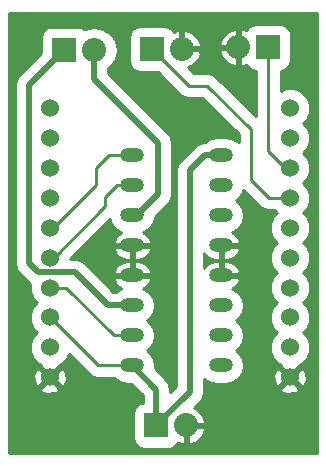
<source format=gbr>
G04 #@! TF.FileFunction,Copper,L1,Top,Signal*
%FSLAX46Y46*%
G04 Gerber Fmt 4.6, Leading zero omitted, Abs format (unit mm)*
G04 Created by KiCad (PCBNEW 4.0.2+dfsg1-stable) date Mon 27 Feb 2017 07:22:46 PM EST*
%MOMM*%
G01*
G04 APERTURE LIST*
%ADD10C,0.100000*%
%ADD11R,2.032000X2.032000*%
%ADD12O,2.032000X2.032000*%
%ADD13O,2.000000X1.200000*%
%ADD14C,1.524000*%
%ADD15C,0.504000*%
%ADD16C,0.250000*%
%ADD17C,0.254000*%
G04 APERTURE END LIST*
D10*
D11*
X116903500Y-82804000D03*
D12*
X119443500Y-82804000D03*
D11*
X134175500Y-82613500D03*
D12*
X131635500Y-82613500D03*
D11*
X124333000Y-82740500D03*
D12*
X126873000Y-82740500D03*
D13*
X130188500Y-91757500D03*
X122668500Y-91757500D03*
X130188500Y-94297500D03*
X122668500Y-94297500D03*
X130188500Y-96837500D03*
X122668500Y-96837500D03*
X130188500Y-99377500D03*
X122668500Y-99377500D03*
X130188500Y-101917500D03*
X122668500Y-101917500D03*
X130188500Y-104457500D03*
X122668500Y-104457500D03*
X130188500Y-106997500D03*
X122668500Y-106997500D03*
X130188500Y-109537500D03*
X122668500Y-109537500D03*
D14*
X115697000Y-87757000D03*
X115697000Y-90287000D03*
X115697000Y-92817000D03*
X115697000Y-95347000D03*
X115697000Y-97877000D03*
X115697000Y-100407000D03*
X115697000Y-102937000D03*
X115697000Y-105467000D03*
X115697000Y-107997000D03*
X115697000Y-110527000D03*
X136017000Y-110527000D03*
X136017000Y-107997000D03*
X136017000Y-105467000D03*
X136017000Y-102937000D03*
X136017000Y-100407000D03*
X136017000Y-97877000D03*
X136017000Y-95347000D03*
X136017000Y-92817000D03*
X136017000Y-90287000D03*
X136017000Y-87757000D03*
D11*
X124714000Y-114617500D03*
D12*
X127254000Y-114617500D03*
D15*
X122668500Y-104457500D02*
X120586500Y-104457500D01*
X113919000Y-85788500D02*
X116903500Y-82804000D01*
X113919000Y-100901500D02*
X113919000Y-85788500D01*
X114681000Y-101663500D02*
X113919000Y-100901500D01*
X117792500Y-101663500D02*
X114681000Y-101663500D01*
X120586500Y-104457500D02*
X117792500Y-101663500D01*
D16*
X122668500Y-104457500D02*
X122237500Y-104457500D01*
X122668500Y-104457500D02*
X121856500Y-104457500D01*
D15*
X122668500Y-96837500D02*
X123063000Y-96837500D01*
X123063000Y-96837500D02*
X124841000Y-95059500D01*
X119443500Y-85280500D02*
X119443500Y-82804000D01*
X124841000Y-90678000D02*
X119443500Y-85280500D01*
X124841000Y-95059500D02*
X124841000Y-90678000D01*
D16*
X122668500Y-96837500D02*
X122999500Y-96837500D01*
X136017000Y-92817000D02*
X135616000Y-92817000D01*
X135616000Y-92817000D02*
X134175500Y-91376500D01*
X134175500Y-91376500D02*
X134175500Y-82613500D01*
X136017000Y-95347000D02*
X134209000Y-95347000D01*
X127444500Y-85852000D02*
X124333000Y-82740500D01*
X129032000Y-85852000D02*
X127444500Y-85852000D01*
X132715000Y-89535000D02*
X129032000Y-85852000D01*
X132715000Y-93853000D02*
X132715000Y-89535000D01*
X134209000Y-95347000D02*
X132715000Y-93853000D01*
X115697000Y-97877000D02*
X115991000Y-97877000D01*
X115991000Y-97877000D02*
X119634000Y-94234000D01*
X119634000Y-94234000D02*
X119634000Y-92837000D01*
X119634000Y-92837000D02*
X120713500Y-91757500D01*
X120713500Y-91757500D02*
X122668500Y-91757500D01*
X115697000Y-100407000D02*
X116001000Y-100407000D01*
X116001000Y-100407000D02*
X120396000Y-96012000D01*
X120396000Y-96012000D02*
X120396000Y-95250000D01*
X120396000Y-95250000D02*
X121348500Y-94297500D01*
X121348500Y-94297500D02*
X122668500Y-94297500D01*
X115697000Y-102937000D02*
X117034000Y-102937000D01*
X121094500Y-106997500D02*
X122668500Y-106997500D01*
X117034000Y-102937000D02*
X121094500Y-106997500D01*
D15*
X130188500Y-91757500D02*
X128841500Y-91757500D01*
X127571500Y-111760000D02*
X124714000Y-114617500D01*
X127571500Y-93027500D02*
X127571500Y-111760000D01*
X128841500Y-91757500D02*
X127571500Y-93027500D01*
X124714000Y-114617500D02*
X124714000Y-111583000D01*
X124714000Y-111583000D02*
X122668500Y-109537500D01*
D16*
X122668500Y-109537500D02*
X119767500Y-109537500D01*
X119767500Y-109537500D02*
X115697000Y-105467000D01*
D17*
G36*
X138317000Y-116981000D02*
X112254000Y-116981000D01*
X112254000Y-111507213D01*
X114896392Y-111507213D01*
X114965857Y-111749397D01*
X115489302Y-111936144D01*
X116044368Y-111908362D01*
X116428143Y-111749397D01*
X116497608Y-111507213D01*
X115697000Y-110706605D01*
X114896392Y-111507213D01*
X112254000Y-111507213D01*
X112254000Y-110319302D01*
X114287856Y-110319302D01*
X114315638Y-110874368D01*
X114474603Y-111258143D01*
X114716787Y-111327608D01*
X115517395Y-110527000D01*
X115876605Y-110527000D01*
X116677213Y-111327608D01*
X116919397Y-111258143D01*
X117106144Y-110734698D01*
X117078362Y-110179632D01*
X116919397Y-109795857D01*
X116677213Y-109726392D01*
X115876605Y-110527000D01*
X115517395Y-110527000D01*
X114716787Y-109726392D01*
X114474603Y-109795857D01*
X114287856Y-110319302D01*
X112254000Y-110319302D01*
X112254000Y-85788500D01*
X112740000Y-85788500D01*
X112740000Y-100901500D01*
X112829746Y-101352684D01*
X113085321Y-101735179D01*
X113847321Y-102497179D01*
X114008289Y-102604735D01*
X114007708Y-103271489D01*
X114264301Y-103892491D01*
X114573393Y-104202124D01*
X114265971Y-104509009D01*
X114008294Y-105129563D01*
X114007708Y-105801489D01*
X114264301Y-106422491D01*
X114573393Y-106732124D01*
X114265971Y-107039009D01*
X114008294Y-107659563D01*
X114007708Y-108331489D01*
X114264301Y-108952491D01*
X114739009Y-109428029D01*
X114910080Y-109499064D01*
X114896392Y-109546787D01*
X115697000Y-110347395D01*
X116497608Y-109546787D01*
X116483993Y-109499321D01*
X116652491Y-109429699D01*
X117128029Y-108954991D01*
X117295038Y-108552790D01*
X119023623Y-110281376D01*
X119341458Y-110493746D01*
X119364917Y-110509421D01*
X119767500Y-110589500D01*
X121132453Y-110589500D01*
X121150996Y-110617252D01*
X121646390Y-110948264D01*
X122230748Y-111064500D01*
X122528142Y-111064500D01*
X123535000Y-112071358D01*
X123535000Y-112687010D01*
X123354474Y-112720978D01*
X123038967Y-112924001D01*
X122827304Y-113233779D01*
X122752839Y-113601500D01*
X122752839Y-115633500D01*
X122817478Y-115977026D01*
X123020501Y-116292533D01*
X123330279Y-116504196D01*
X123698000Y-116578661D01*
X125730000Y-116578661D01*
X126073526Y-116514022D01*
X126389033Y-116310999D01*
X126541970Y-116087169D01*
X126871056Y-116223475D01*
X127127000Y-116104336D01*
X127127000Y-114744500D01*
X127381000Y-114744500D01*
X127381000Y-116104336D01*
X127636944Y-116223475D01*
X128118818Y-116023885D01*
X128591188Y-115585879D01*
X128859983Y-115000446D01*
X128741367Y-114744500D01*
X127381000Y-114744500D01*
X127127000Y-114744500D01*
X127107000Y-114744500D01*
X127107000Y-114490500D01*
X127127000Y-114490500D01*
X127127000Y-114470500D01*
X127381000Y-114470500D01*
X127381000Y-114490500D01*
X128741367Y-114490500D01*
X128859983Y-114234554D01*
X128591188Y-113649121D01*
X128118818Y-113211115D01*
X127884710Y-113114148D01*
X128405179Y-112593679D01*
X128660754Y-112211184D01*
X128750500Y-111760000D01*
X128750500Y-111507213D01*
X135216392Y-111507213D01*
X135285857Y-111749397D01*
X135809302Y-111936144D01*
X136364368Y-111908362D01*
X136748143Y-111749397D01*
X136817608Y-111507213D01*
X136017000Y-110706605D01*
X135216392Y-111507213D01*
X128750500Y-111507213D01*
X128750500Y-110670375D01*
X129166390Y-110948264D01*
X129750748Y-111064500D01*
X130626252Y-111064500D01*
X131210610Y-110948264D01*
X131706004Y-110617252D01*
X131905088Y-110319302D01*
X134607856Y-110319302D01*
X134635638Y-110874368D01*
X134794603Y-111258143D01*
X135036787Y-111327608D01*
X135837395Y-110527000D01*
X136196605Y-110527000D01*
X136997213Y-111327608D01*
X137239397Y-111258143D01*
X137426144Y-110734698D01*
X137398362Y-110179632D01*
X137239397Y-109795857D01*
X136997213Y-109726392D01*
X136196605Y-110527000D01*
X135837395Y-110527000D01*
X135036787Y-109726392D01*
X134794603Y-109795857D01*
X134607856Y-110319302D01*
X131905088Y-110319302D01*
X132037016Y-110121858D01*
X132153252Y-109537500D01*
X132037016Y-108953142D01*
X131706004Y-108457748D01*
X131421278Y-108267500D01*
X131706004Y-108077252D01*
X132037016Y-107581858D01*
X132153252Y-106997500D01*
X132037016Y-106413142D01*
X131706004Y-105917748D01*
X131421278Y-105727500D01*
X131706004Y-105537252D01*
X132037016Y-105041858D01*
X132153252Y-104457500D01*
X132037016Y-103873142D01*
X131706004Y-103377748D01*
X131210610Y-103046736D01*
X131118386Y-103028392D01*
X131178447Y-103009890D01*
X131551580Y-102700974D01*
X131778092Y-102272781D01*
X131781962Y-102235109D01*
X131657231Y-102044500D01*
X130315500Y-102044500D01*
X130315500Y-102064500D01*
X130061500Y-102064500D01*
X130061500Y-102044500D01*
X130041500Y-102044500D01*
X130041500Y-101790500D01*
X130061500Y-101790500D01*
X130061500Y-100682500D01*
X130315500Y-100682500D01*
X130315500Y-101790500D01*
X131657231Y-101790500D01*
X131781962Y-101599891D01*
X131778092Y-101562219D01*
X131551580Y-101134026D01*
X131178447Y-100825110D01*
X130715500Y-100682500D01*
X130315500Y-100682500D01*
X130061500Y-100682500D01*
X129661500Y-100682500D01*
X129198553Y-100825110D01*
X128825420Y-101134026D01*
X128750500Y-101275653D01*
X128750500Y-100019347D01*
X128825420Y-100160974D01*
X129198553Y-100469890D01*
X129661500Y-100612500D01*
X130061500Y-100612500D01*
X130061500Y-99504500D01*
X130315500Y-99504500D01*
X130315500Y-100612500D01*
X130715500Y-100612500D01*
X131178447Y-100469890D01*
X131551580Y-100160974D01*
X131778092Y-99732781D01*
X131781962Y-99695109D01*
X131657231Y-99504500D01*
X130315500Y-99504500D01*
X130061500Y-99504500D01*
X130041500Y-99504500D01*
X130041500Y-99250500D01*
X130061500Y-99250500D01*
X130061500Y-99230500D01*
X130315500Y-99230500D01*
X130315500Y-99250500D01*
X131657231Y-99250500D01*
X131781962Y-99059891D01*
X131778092Y-99022219D01*
X131551580Y-98594026D01*
X131178447Y-98285110D01*
X131118386Y-98266608D01*
X131210610Y-98248264D01*
X131706004Y-97917252D01*
X132037016Y-97421858D01*
X132153252Y-96837500D01*
X132037016Y-96253142D01*
X131706004Y-95757748D01*
X131421278Y-95567500D01*
X131706004Y-95377252D01*
X132037016Y-94881858D01*
X132073365Y-94699117D01*
X133465124Y-96090876D01*
X133806417Y-96318921D01*
X134209000Y-96399000D01*
X134680642Y-96399000D01*
X134893393Y-96612124D01*
X134585971Y-96919009D01*
X134328294Y-97539563D01*
X134327708Y-98211489D01*
X134584301Y-98832491D01*
X134893393Y-99142124D01*
X134585971Y-99449009D01*
X134328294Y-100069563D01*
X134327708Y-100741489D01*
X134584301Y-101362491D01*
X134893393Y-101672124D01*
X134585971Y-101979009D01*
X134328294Y-102599563D01*
X134327708Y-103271489D01*
X134584301Y-103892491D01*
X134893393Y-104202124D01*
X134585971Y-104509009D01*
X134328294Y-105129563D01*
X134327708Y-105801489D01*
X134584301Y-106422491D01*
X134893393Y-106732124D01*
X134585971Y-107039009D01*
X134328294Y-107659563D01*
X134327708Y-108331489D01*
X134584301Y-108952491D01*
X135059009Y-109428029D01*
X135230080Y-109499064D01*
X135216392Y-109546787D01*
X136017000Y-110347395D01*
X136817608Y-109546787D01*
X136803993Y-109499321D01*
X136972491Y-109429699D01*
X137448029Y-108954991D01*
X137705706Y-108334437D01*
X137706292Y-107662511D01*
X137449699Y-107041509D01*
X137140607Y-106731876D01*
X137448029Y-106424991D01*
X137705706Y-105804437D01*
X137706292Y-105132511D01*
X137449699Y-104511509D01*
X137140607Y-104201876D01*
X137448029Y-103894991D01*
X137705706Y-103274437D01*
X137706292Y-102602511D01*
X137449699Y-101981509D01*
X137140607Y-101671876D01*
X137448029Y-101364991D01*
X137705706Y-100744437D01*
X137706292Y-100072511D01*
X137449699Y-99451509D01*
X137140607Y-99141876D01*
X137448029Y-98834991D01*
X137705706Y-98214437D01*
X137706292Y-97542511D01*
X137449699Y-96921509D01*
X137140607Y-96611876D01*
X137448029Y-96304991D01*
X137705706Y-95684437D01*
X137706292Y-95012511D01*
X137449699Y-94391509D01*
X137140607Y-94081876D01*
X137448029Y-93774991D01*
X137705706Y-93154437D01*
X137706292Y-92482511D01*
X137449699Y-91861509D01*
X137140607Y-91551876D01*
X137448029Y-91244991D01*
X137705706Y-90624437D01*
X137706292Y-89952511D01*
X137449699Y-89331509D01*
X137140607Y-89021876D01*
X137448029Y-88714991D01*
X137705706Y-88094437D01*
X137706292Y-87422511D01*
X137449699Y-86801509D01*
X136974991Y-86325971D01*
X136354437Y-86068294D01*
X135682511Y-86067708D01*
X135227500Y-86255715D01*
X135227500Y-84567887D01*
X135535026Y-84510022D01*
X135850533Y-84306999D01*
X136062196Y-83997221D01*
X136136661Y-83629500D01*
X136136661Y-81597500D01*
X136072022Y-81253974D01*
X135868999Y-80938467D01*
X135559221Y-80726804D01*
X135191500Y-80652339D01*
X133159500Y-80652339D01*
X132815974Y-80716978D01*
X132500467Y-80920001D01*
X132339842Y-81155082D01*
X132018446Y-81007517D01*
X131762500Y-81126133D01*
X131762500Y-82486500D01*
X131782500Y-82486500D01*
X131782500Y-82740500D01*
X131762500Y-82740500D01*
X131762500Y-84100867D01*
X132018446Y-84219483D01*
X132341981Y-84070936D01*
X132482001Y-84288533D01*
X132791779Y-84500196D01*
X133123500Y-84567371D01*
X133123500Y-88455747D01*
X129775876Y-85108124D01*
X129434583Y-84880079D01*
X129032000Y-84800000D01*
X127880253Y-84800000D01*
X127372994Y-84292742D01*
X127841379Y-84077688D01*
X128279385Y-83605318D01*
X128478975Y-83123444D01*
X128419858Y-82996444D01*
X130029525Y-82996444D01*
X130229115Y-83478318D01*
X130667121Y-83950688D01*
X131252554Y-84219483D01*
X131508500Y-84100867D01*
X131508500Y-82740500D01*
X130148664Y-82740500D01*
X130029525Y-82996444D01*
X128419858Y-82996444D01*
X128359836Y-82867500D01*
X127000000Y-82867500D01*
X127000000Y-82887500D01*
X126746000Y-82887500D01*
X126746000Y-82867500D01*
X126726000Y-82867500D01*
X126726000Y-82613500D01*
X126746000Y-82613500D01*
X126746000Y-81253133D01*
X127000000Y-81253133D01*
X127000000Y-82613500D01*
X128359836Y-82613500D01*
X128478975Y-82357556D01*
X128426373Y-82230556D01*
X130029525Y-82230556D01*
X130148664Y-82486500D01*
X131508500Y-82486500D01*
X131508500Y-81126133D01*
X131252554Y-81007517D01*
X130667121Y-81276312D01*
X130229115Y-81748682D01*
X130029525Y-82230556D01*
X128426373Y-82230556D01*
X128279385Y-81875682D01*
X127841379Y-81403312D01*
X127255946Y-81134517D01*
X127000000Y-81253133D01*
X126746000Y-81253133D01*
X126490054Y-81134517D01*
X126166519Y-81283064D01*
X126026499Y-81065467D01*
X125716721Y-80853804D01*
X125349000Y-80779339D01*
X123317000Y-80779339D01*
X122973474Y-80843978D01*
X122657967Y-81047001D01*
X122446304Y-81356779D01*
X122371839Y-81724500D01*
X122371839Y-83756500D01*
X122436478Y-84100026D01*
X122639501Y-84415533D01*
X122949279Y-84627196D01*
X123317000Y-84701661D01*
X124806409Y-84701661D01*
X126700623Y-86595876D01*
X127008375Y-86801509D01*
X127041917Y-86823921D01*
X127444500Y-86904000D01*
X128596248Y-86904000D01*
X131663000Y-89970753D01*
X131663000Y-90649014D01*
X131210610Y-90346736D01*
X130626252Y-90230500D01*
X129750748Y-90230500D01*
X129166390Y-90346736D01*
X128810219Y-90584722D01*
X128390316Y-90668246D01*
X128007821Y-90923821D01*
X126737821Y-92193821D01*
X126482246Y-92576316D01*
X126392500Y-93027500D01*
X126392500Y-111271642D01*
X125893000Y-111771142D01*
X125893000Y-111583000D01*
X125803254Y-111131816D01*
X125547679Y-110749321D01*
X124583911Y-109785553D01*
X124633252Y-109537500D01*
X124517016Y-108953142D01*
X124186004Y-108457748D01*
X123901278Y-108267500D01*
X124186004Y-108077252D01*
X124517016Y-107581858D01*
X124633252Y-106997500D01*
X124517016Y-106413142D01*
X124186004Y-105917748D01*
X123901278Y-105727500D01*
X124186004Y-105537252D01*
X124517016Y-105041858D01*
X124633252Y-104457500D01*
X124517016Y-103873142D01*
X124186004Y-103377748D01*
X123690610Y-103046736D01*
X123598386Y-103028392D01*
X123658447Y-103009890D01*
X124031580Y-102700974D01*
X124258092Y-102272781D01*
X124261962Y-102235109D01*
X124137231Y-102044500D01*
X122795500Y-102044500D01*
X122795500Y-102064500D01*
X122541500Y-102064500D01*
X122541500Y-102044500D01*
X121199769Y-102044500D01*
X121075038Y-102235109D01*
X121078908Y-102272781D01*
X121305420Y-102700974D01*
X121678553Y-103009890D01*
X121738614Y-103028392D01*
X121646390Y-103046736D01*
X121299531Y-103278500D01*
X121074858Y-103278500D01*
X119396249Y-101599891D01*
X121075038Y-101599891D01*
X121199769Y-101790500D01*
X122541500Y-101790500D01*
X122541500Y-100682500D01*
X122795500Y-100682500D01*
X122795500Y-101790500D01*
X124137231Y-101790500D01*
X124261962Y-101599891D01*
X124258092Y-101562219D01*
X124031580Y-101134026D01*
X123658447Y-100825110D01*
X123195500Y-100682500D01*
X122795500Y-100682500D01*
X122541500Y-100682500D01*
X122141500Y-100682500D01*
X121678553Y-100825110D01*
X121305420Y-101134026D01*
X121078908Y-101562219D01*
X121075038Y-101599891D01*
X119396249Y-101599891D01*
X118626179Y-100829821D01*
X118243684Y-100574246D01*
X117792500Y-100484500D01*
X117411252Y-100484500D01*
X118200643Y-99695109D01*
X121075038Y-99695109D01*
X121078908Y-99732781D01*
X121305420Y-100160974D01*
X121678553Y-100469890D01*
X122141500Y-100612500D01*
X122541500Y-100612500D01*
X122541500Y-99504500D01*
X122795500Y-99504500D01*
X122795500Y-100612500D01*
X123195500Y-100612500D01*
X123658447Y-100469890D01*
X124031580Y-100160974D01*
X124258092Y-99732781D01*
X124261962Y-99695109D01*
X124137231Y-99504500D01*
X122795500Y-99504500D01*
X122541500Y-99504500D01*
X121199769Y-99504500D01*
X121075038Y-99695109D01*
X118200643Y-99695109D01*
X120762564Y-97133189D01*
X120819984Y-97421858D01*
X121150996Y-97917252D01*
X121646390Y-98248264D01*
X121738614Y-98266608D01*
X121678553Y-98285110D01*
X121305420Y-98594026D01*
X121078908Y-99022219D01*
X121075038Y-99059891D01*
X121199769Y-99250500D01*
X122541500Y-99250500D01*
X122541500Y-99230500D01*
X122795500Y-99230500D01*
X122795500Y-99250500D01*
X124137231Y-99250500D01*
X124261962Y-99059891D01*
X124258092Y-99022219D01*
X124031580Y-98594026D01*
X123658447Y-98285110D01*
X123598386Y-98266608D01*
X123690610Y-98248264D01*
X124186004Y-97917252D01*
X124517016Y-97421858D01*
X124609140Y-96958718D01*
X125674679Y-95893179D01*
X125814156Y-95684437D01*
X125930254Y-95510684D01*
X126020000Y-95059500D01*
X126020000Y-90678000D01*
X125930254Y-90226816D01*
X125674679Y-89844321D01*
X120622500Y-84792142D01*
X120622500Y-84333577D01*
X120855474Y-84177908D01*
X121276664Y-83547554D01*
X121424566Y-82804000D01*
X121276664Y-82060446D01*
X120855474Y-81430092D01*
X120225120Y-81008902D01*
X119481566Y-80861000D01*
X119405434Y-80861000D01*
X118661880Y-81008902D01*
X118540236Y-81090182D01*
X118287221Y-80917304D01*
X117919500Y-80842839D01*
X115887500Y-80842839D01*
X115543974Y-80907478D01*
X115228467Y-81110501D01*
X115016804Y-81420279D01*
X114942339Y-81788000D01*
X114942339Y-83097803D01*
X113085321Y-84954821D01*
X112829746Y-85337316D01*
X112740000Y-85788500D01*
X112254000Y-85788500D01*
X112254000Y-79678500D01*
X138317000Y-79678500D01*
X138317000Y-116981000D01*
X138317000Y-116981000D01*
G37*
X138317000Y-116981000D02*
X112254000Y-116981000D01*
X112254000Y-111507213D01*
X114896392Y-111507213D01*
X114965857Y-111749397D01*
X115489302Y-111936144D01*
X116044368Y-111908362D01*
X116428143Y-111749397D01*
X116497608Y-111507213D01*
X115697000Y-110706605D01*
X114896392Y-111507213D01*
X112254000Y-111507213D01*
X112254000Y-110319302D01*
X114287856Y-110319302D01*
X114315638Y-110874368D01*
X114474603Y-111258143D01*
X114716787Y-111327608D01*
X115517395Y-110527000D01*
X115876605Y-110527000D01*
X116677213Y-111327608D01*
X116919397Y-111258143D01*
X117106144Y-110734698D01*
X117078362Y-110179632D01*
X116919397Y-109795857D01*
X116677213Y-109726392D01*
X115876605Y-110527000D01*
X115517395Y-110527000D01*
X114716787Y-109726392D01*
X114474603Y-109795857D01*
X114287856Y-110319302D01*
X112254000Y-110319302D01*
X112254000Y-85788500D01*
X112740000Y-85788500D01*
X112740000Y-100901500D01*
X112829746Y-101352684D01*
X113085321Y-101735179D01*
X113847321Y-102497179D01*
X114008289Y-102604735D01*
X114007708Y-103271489D01*
X114264301Y-103892491D01*
X114573393Y-104202124D01*
X114265971Y-104509009D01*
X114008294Y-105129563D01*
X114007708Y-105801489D01*
X114264301Y-106422491D01*
X114573393Y-106732124D01*
X114265971Y-107039009D01*
X114008294Y-107659563D01*
X114007708Y-108331489D01*
X114264301Y-108952491D01*
X114739009Y-109428029D01*
X114910080Y-109499064D01*
X114896392Y-109546787D01*
X115697000Y-110347395D01*
X116497608Y-109546787D01*
X116483993Y-109499321D01*
X116652491Y-109429699D01*
X117128029Y-108954991D01*
X117295038Y-108552790D01*
X119023623Y-110281376D01*
X119341458Y-110493746D01*
X119364917Y-110509421D01*
X119767500Y-110589500D01*
X121132453Y-110589500D01*
X121150996Y-110617252D01*
X121646390Y-110948264D01*
X122230748Y-111064500D01*
X122528142Y-111064500D01*
X123535000Y-112071358D01*
X123535000Y-112687010D01*
X123354474Y-112720978D01*
X123038967Y-112924001D01*
X122827304Y-113233779D01*
X122752839Y-113601500D01*
X122752839Y-115633500D01*
X122817478Y-115977026D01*
X123020501Y-116292533D01*
X123330279Y-116504196D01*
X123698000Y-116578661D01*
X125730000Y-116578661D01*
X126073526Y-116514022D01*
X126389033Y-116310999D01*
X126541970Y-116087169D01*
X126871056Y-116223475D01*
X127127000Y-116104336D01*
X127127000Y-114744500D01*
X127381000Y-114744500D01*
X127381000Y-116104336D01*
X127636944Y-116223475D01*
X128118818Y-116023885D01*
X128591188Y-115585879D01*
X128859983Y-115000446D01*
X128741367Y-114744500D01*
X127381000Y-114744500D01*
X127127000Y-114744500D01*
X127107000Y-114744500D01*
X127107000Y-114490500D01*
X127127000Y-114490500D01*
X127127000Y-114470500D01*
X127381000Y-114470500D01*
X127381000Y-114490500D01*
X128741367Y-114490500D01*
X128859983Y-114234554D01*
X128591188Y-113649121D01*
X128118818Y-113211115D01*
X127884710Y-113114148D01*
X128405179Y-112593679D01*
X128660754Y-112211184D01*
X128750500Y-111760000D01*
X128750500Y-111507213D01*
X135216392Y-111507213D01*
X135285857Y-111749397D01*
X135809302Y-111936144D01*
X136364368Y-111908362D01*
X136748143Y-111749397D01*
X136817608Y-111507213D01*
X136017000Y-110706605D01*
X135216392Y-111507213D01*
X128750500Y-111507213D01*
X128750500Y-110670375D01*
X129166390Y-110948264D01*
X129750748Y-111064500D01*
X130626252Y-111064500D01*
X131210610Y-110948264D01*
X131706004Y-110617252D01*
X131905088Y-110319302D01*
X134607856Y-110319302D01*
X134635638Y-110874368D01*
X134794603Y-111258143D01*
X135036787Y-111327608D01*
X135837395Y-110527000D01*
X136196605Y-110527000D01*
X136997213Y-111327608D01*
X137239397Y-111258143D01*
X137426144Y-110734698D01*
X137398362Y-110179632D01*
X137239397Y-109795857D01*
X136997213Y-109726392D01*
X136196605Y-110527000D01*
X135837395Y-110527000D01*
X135036787Y-109726392D01*
X134794603Y-109795857D01*
X134607856Y-110319302D01*
X131905088Y-110319302D01*
X132037016Y-110121858D01*
X132153252Y-109537500D01*
X132037016Y-108953142D01*
X131706004Y-108457748D01*
X131421278Y-108267500D01*
X131706004Y-108077252D01*
X132037016Y-107581858D01*
X132153252Y-106997500D01*
X132037016Y-106413142D01*
X131706004Y-105917748D01*
X131421278Y-105727500D01*
X131706004Y-105537252D01*
X132037016Y-105041858D01*
X132153252Y-104457500D01*
X132037016Y-103873142D01*
X131706004Y-103377748D01*
X131210610Y-103046736D01*
X131118386Y-103028392D01*
X131178447Y-103009890D01*
X131551580Y-102700974D01*
X131778092Y-102272781D01*
X131781962Y-102235109D01*
X131657231Y-102044500D01*
X130315500Y-102044500D01*
X130315500Y-102064500D01*
X130061500Y-102064500D01*
X130061500Y-102044500D01*
X130041500Y-102044500D01*
X130041500Y-101790500D01*
X130061500Y-101790500D01*
X130061500Y-100682500D01*
X130315500Y-100682500D01*
X130315500Y-101790500D01*
X131657231Y-101790500D01*
X131781962Y-101599891D01*
X131778092Y-101562219D01*
X131551580Y-101134026D01*
X131178447Y-100825110D01*
X130715500Y-100682500D01*
X130315500Y-100682500D01*
X130061500Y-100682500D01*
X129661500Y-100682500D01*
X129198553Y-100825110D01*
X128825420Y-101134026D01*
X128750500Y-101275653D01*
X128750500Y-100019347D01*
X128825420Y-100160974D01*
X129198553Y-100469890D01*
X129661500Y-100612500D01*
X130061500Y-100612500D01*
X130061500Y-99504500D01*
X130315500Y-99504500D01*
X130315500Y-100612500D01*
X130715500Y-100612500D01*
X131178447Y-100469890D01*
X131551580Y-100160974D01*
X131778092Y-99732781D01*
X131781962Y-99695109D01*
X131657231Y-99504500D01*
X130315500Y-99504500D01*
X130061500Y-99504500D01*
X130041500Y-99504500D01*
X130041500Y-99250500D01*
X130061500Y-99250500D01*
X130061500Y-99230500D01*
X130315500Y-99230500D01*
X130315500Y-99250500D01*
X131657231Y-99250500D01*
X131781962Y-99059891D01*
X131778092Y-99022219D01*
X131551580Y-98594026D01*
X131178447Y-98285110D01*
X131118386Y-98266608D01*
X131210610Y-98248264D01*
X131706004Y-97917252D01*
X132037016Y-97421858D01*
X132153252Y-96837500D01*
X132037016Y-96253142D01*
X131706004Y-95757748D01*
X131421278Y-95567500D01*
X131706004Y-95377252D01*
X132037016Y-94881858D01*
X132073365Y-94699117D01*
X133465124Y-96090876D01*
X133806417Y-96318921D01*
X134209000Y-96399000D01*
X134680642Y-96399000D01*
X134893393Y-96612124D01*
X134585971Y-96919009D01*
X134328294Y-97539563D01*
X134327708Y-98211489D01*
X134584301Y-98832491D01*
X134893393Y-99142124D01*
X134585971Y-99449009D01*
X134328294Y-100069563D01*
X134327708Y-100741489D01*
X134584301Y-101362491D01*
X134893393Y-101672124D01*
X134585971Y-101979009D01*
X134328294Y-102599563D01*
X134327708Y-103271489D01*
X134584301Y-103892491D01*
X134893393Y-104202124D01*
X134585971Y-104509009D01*
X134328294Y-105129563D01*
X134327708Y-105801489D01*
X134584301Y-106422491D01*
X134893393Y-106732124D01*
X134585971Y-107039009D01*
X134328294Y-107659563D01*
X134327708Y-108331489D01*
X134584301Y-108952491D01*
X135059009Y-109428029D01*
X135230080Y-109499064D01*
X135216392Y-109546787D01*
X136017000Y-110347395D01*
X136817608Y-109546787D01*
X136803993Y-109499321D01*
X136972491Y-109429699D01*
X137448029Y-108954991D01*
X137705706Y-108334437D01*
X137706292Y-107662511D01*
X137449699Y-107041509D01*
X137140607Y-106731876D01*
X137448029Y-106424991D01*
X137705706Y-105804437D01*
X137706292Y-105132511D01*
X137449699Y-104511509D01*
X137140607Y-104201876D01*
X137448029Y-103894991D01*
X137705706Y-103274437D01*
X137706292Y-102602511D01*
X137449699Y-101981509D01*
X137140607Y-101671876D01*
X137448029Y-101364991D01*
X137705706Y-100744437D01*
X137706292Y-100072511D01*
X137449699Y-99451509D01*
X137140607Y-99141876D01*
X137448029Y-98834991D01*
X137705706Y-98214437D01*
X137706292Y-97542511D01*
X137449699Y-96921509D01*
X137140607Y-96611876D01*
X137448029Y-96304991D01*
X137705706Y-95684437D01*
X137706292Y-95012511D01*
X137449699Y-94391509D01*
X137140607Y-94081876D01*
X137448029Y-93774991D01*
X137705706Y-93154437D01*
X137706292Y-92482511D01*
X137449699Y-91861509D01*
X137140607Y-91551876D01*
X137448029Y-91244991D01*
X137705706Y-90624437D01*
X137706292Y-89952511D01*
X137449699Y-89331509D01*
X137140607Y-89021876D01*
X137448029Y-88714991D01*
X137705706Y-88094437D01*
X137706292Y-87422511D01*
X137449699Y-86801509D01*
X136974991Y-86325971D01*
X136354437Y-86068294D01*
X135682511Y-86067708D01*
X135227500Y-86255715D01*
X135227500Y-84567887D01*
X135535026Y-84510022D01*
X135850533Y-84306999D01*
X136062196Y-83997221D01*
X136136661Y-83629500D01*
X136136661Y-81597500D01*
X136072022Y-81253974D01*
X135868999Y-80938467D01*
X135559221Y-80726804D01*
X135191500Y-80652339D01*
X133159500Y-80652339D01*
X132815974Y-80716978D01*
X132500467Y-80920001D01*
X132339842Y-81155082D01*
X132018446Y-81007517D01*
X131762500Y-81126133D01*
X131762500Y-82486500D01*
X131782500Y-82486500D01*
X131782500Y-82740500D01*
X131762500Y-82740500D01*
X131762500Y-84100867D01*
X132018446Y-84219483D01*
X132341981Y-84070936D01*
X132482001Y-84288533D01*
X132791779Y-84500196D01*
X133123500Y-84567371D01*
X133123500Y-88455747D01*
X129775876Y-85108124D01*
X129434583Y-84880079D01*
X129032000Y-84800000D01*
X127880253Y-84800000D01*
X127372994Y-84292742D01*
X127841379Y-84077688D01*
X128279385Y-83605318D01*
X128478975Y-83123444D01*
X128419858Y-82996444D01*
X130029525Y-82996444D01*
X130229115Y-83478318D01*
X130667121Y-83950688D01*
X131252554Y-84219483D01*
X131508500Y-84100867D01*
X131508500Y-82740500D01*
X130148664Y-82740500D01*
X130029525Y-82996444D01*
X128419858Y-82996444D01*
X128359836Y-82867500D01*
X127000000Y-82867500D01*
X127000000Y-82887500D01*
X126746000Y-82887500D01*
X126746000Y-82867500D01*
X126726000Y-82867500D01*
X126726000Y-82613500D01*
X126746000Y-82613500D01*
X126746000Y-81253133D01*
X127000000Y-81253133D01*
X127000000Y-82613500D01*
X128359836Y-82613500D01*
X128478975Y-82357556D01*
X128426373Y-82230556D01*
X130029525Y-82230556D01*
X130148664Y-82486500D01*
X131508500Y-82486500D01*
X131508500Y-81126133D01*
X131252554Y-81007517D01*
X130667121Y-81276312D01*
X130229115Y-81748682D01*
X130029525Y-82230556D01*
X128426373Y-82230556D01*
X128279385Y-81875682D01*
X127841379Y-81403312D01*
X127255946Y-81134517D01*
X127000000Y-81253133D01*
X126746000Y-81253133D01*
X126490054Y-81134517D01*
X126166519Y-81283064D01*
X126026499Y-81065467D01*
X125716721Y-80853804D01*
X125349000Y-80779339D01*
X123317000Y-80779339D01*
X122973474Y-80843978D01*
X122657967Y-81047001D01*
X122446304Y-81356779D01*
X122371839Y-81724500D01*
X122371839Y-83756500D01*
X122436478Y-84100026D01*
X122639501Y-84415533D01*
X122949279Y-84627196D01*
X123317000Y-84701661D01*
X124806409Y-84701661D01*
X126700623Y-86595876D01*
X127008375Y-86801509D01*
X127041917Y-86823921D01*
X127444500Y-86904000D01*
X128596248Y-86904000D01*
X131663000Y-89970753D01*
X131663000Y-90649014D01*
X131210610Y-90346736D01*
X130626252Y-90230500D01*
X129750748Y-90230500D01*
X129166390Y-90346736D01*
X128810219Y-90584722D01*
X128390316Y-90668246D01*
X128007821Y-90923821D01*
X126737821Y-92193821D01*
X126482246Y-92576316D01*
X126392500Y-93027500D01*
X126392500Y-111271642D01*
X125893000Y-111771142D01*
X125893000Y-111583000D01*
X125803254Y-111131816D01*
X125547679Y-110749321D01*
X124583911Y-109785553D01*
X124633252Y-109537500D01*
X124517016Y-108953142D01*
X124186004Y-108457748D01*
X123901278Y-108267500D01*
X124186004Y-108077252D01*
X124517016Y-107581858D01*
X124633252Y-106997500D01*
X124517016Y-106413142D01*
X124186004Y-105917748D01*
X123901278Y-105727500D01*
X124186004Y-105537252D01*
X124517016Y-105041858D01*
X124633252Y-104457500D01*
X124517016Y-103873142D01*
X124186004Y-103377748D01*
X123690610Y-103046736D01*
X123598386Y-103028392D01*
X123658447Y-103009890D01*
X124031580Y-102700974D01*
X124258092Y-102272781D01*
X124261962Y-102235109D01*
X124137231Y-102044500D01*
X122795500Y-102044500D01*
X122795500Y-102064500D01*
X122541500Y-102064500D01*
X122541500Y-102044500D01*
X121199769Y-102044500D01*
X121075038Y-102235109D01*
X121078908Y-102272781D01*
X121305420Y-102700974D01*
X121678553Y-103009890D01*
X121738614Y-103028392D01*
X121646390Y-103046736D01*
X121299531Y-103278500D01*
X121074858Y-103278500D01*
X119396249Y-101599891D01*
X121075038Y-101599891D01*
X121199769Y-101790500D01*
X122541500Y-101790500D01*
X122541500Y-100682500D01*
X122795500Y-100682500D01*
X122795500Y-101790500D01*
X124137231Y-101790500D01*
X124261962Y-101599891D01*
X124258092Y-101562219D01*
X124031580Y-101134026D01*
X123658447Y-100825110D01*
X123195500Y-100682500D01*
X122795500Y-100682500D01*
X122541500Y-100682500D01*
X122141500Y-100682500D01*
X121678553Y-100825110D01*
X121305420Y-101134026D01*
X121078908Y-101562219D01*
X121075038Y-101599891D01*
X119396249Y-101599891D01*
X118626179Y-100829821D01*
X118243684Y-100574246D01*
X117792500Y-100484500D01*
X117411252Y-100484500D01*
X118200643Y-99695109D01*
X121075038Y-99695109D01*
X121078908Y-99732781D01*
X121305420Y-100160974D01*
X121678553Y-100469890D01*
X122141500Y-100612500D01*
X122541500Y-100612500D01*
X122541500Y-99504500D01*
X122795500Y-99504500D01*
X122795500Y-100612500D01*
X123195500Y-100612500D01*
X123658447Y-100469890D01*
X124031580Y-100160974D01*
X124258092Y-99732781D01*
X124261962Y-99695109D01*
X124137231Y-99504500D01*
X122795500Y-99504500D01*
X122541500Y-99504500D01*
X121199769Y-99504500D01*
X121075038Y-99695109D01*
X118200643Y-99695109D01*
X120762564Y-97133189D01*
X120819984Y-97421858D01*
X121150996Y-97917252D01*
X121646390Y-98248264D01*
X121738614Y-98266608D01*
X121678553Y-98285110D01*
X121305420Y-98594026D01*
X121078908Y-99022219D01*
X121075038Y-99059891D01*
X121199769Y-99250500D01*
X122541500Y-99250500D01*
X122541500Y-99230500D01*
X122795500Y-99230500D01*
X122795500Y-99250500D01*
X124137231Y-99250500D01*
X124261962Y-99059891D01*
X124258092Y-99022219D01*
X124031580Y-98594026D01*
X123658447Y-98285110D01*
X123598386Y-98266608D01*
X123690610Y-98248264D01*
X124186004Y-97917252D01*
X124517016Y-97421858D01*
X124609140Y-96958718D01*
X125674679Y-95893179D01*
X125814156Y-95684437D01*
X125930254Y-95510684D01*
X126020000Y-95059500D01*
X126020000Y-90678000D01*
X125930254Y-90226816D01*
X125674679Y-89844321D01*
X120622500Y-84792142D01*
X120622500Y-84333577D01*
X120855474Y-84177908D01*
X121276664Y-83547554D01*
X121424566Y-82804000D01*
X121276664Y-82060446D01*
X120855474Y-81430092D01*
X120225120Y-81008902D01*
X119481566Y-80861000D01*
X119405434Y-80861000D01*
X118661880Y-81008902D01*
X118540236Y-81090182D01*
X118287221Y-80917304D01*
X117919500Y-80842839D01*
X115887500Y-80842839D01*
X115543974Y-80907478D01*
X115228467Y-81110501D01*
X115016804Y-81420279D01*
X114942339Y-81788000D01*
X114942339Y-83097803D01*
X113085321Y-84954821D01*
X112829746Y-85337316D01*
X112740000Y-85788500D01*
X112254000Y-85788500D01*
X112254000Y-79678500D01*
X138317000Y-79678500D01*
X138317000Y-116981000D01*
M02*

</source>
